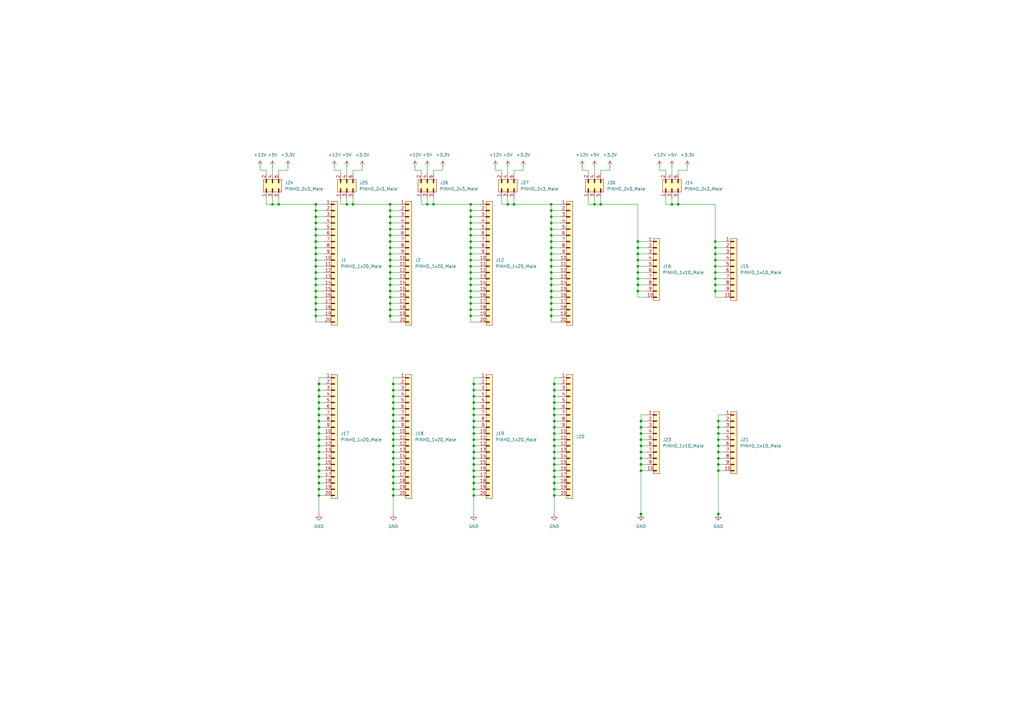
<source format=kicad_sch>
(kicad_sch (version 20250114) (generator "eeschema") (generator_version "9.0")
  (paper "A3")
  (title_block (date "2025-12-31") (rev "0.5") (company "Rapport Tecnologia") (comment 1 "Rua José Alves Pereira, 50, Casa 1") (comment 4 "Aquiraz, CE, Brasil") (comment 6 "Carlos Delfino Carvalho Pinheiro") (comment 7 "Carlos Delfino Carvalho Pinheiro"))
  (lib_symbols
    (symbol "PCM_SL_Pin_Headers:PINHD_1x10_Male"
      (property "Reference" "J" (at 0 16.51 0))
      (property "Value" "PINHD_1x10_Male" (at 0 13.97 0))
      (symbol "PINHD_1x10_Male_1_1"
        (pin passive line (at -3.81 11.43 0) (length 2.54) (name "") (number "1"))
        (pin passive line (at -3.81 8.89 0) (length 2.54) (name "") (number "2"))
        (pin passive line (at -3.81 6.35 0) (length 2.54) (name "") (number "3"))
        (pin passive line (at -3.81 3.81 0) (length 2.54) (name "") (number "4"))
        (pin passive line (at -3.81 1.27 0) (length 2.54) (name "") (number "5"))
        (pin passive line (at -3.81 -1.27 0) (length 2.54) (name "") (number "6"))
        (pin passive line (at -3.81 -3.81 0) (length 2.54) (name "") (number "7"))
        (pin passive line (at -3.81 -6.35 0) (length 2.54) (name "") (number "8"))
        (pin passive line (at -3.81 -8.89 0) (length 2.54) (name "") (number "9"))
        (pin passive line (at -3.81 -11.43 0) (length 2.54) (name "") (number "10"))
      )
    )
    (symbol "PCM_SL_Pin_Headers:PINHD_1x20_Male"
      (property "Reference" "J" (at 0 29.21 0))
      (property "Value" "PINHD_1x20_Male" (at 0 26.67 0))
      (symbol "PINHD_1x20_Male_1_1"
        (pin passive line (at -3.81 24.13 0) (length 2.54) (name "") (number "1"))
        (pin passive line (at -3.81 21.59 0) (length 2.54) (name "") (number "2"))
        (pin passive line (at -3.81 19.05 0) (length 2.54) (name "") (number "3"))
        (pin passive line (at -3.81 16.51 0) (length 2.54) (name "") (number "4"))
        (pin passive line (at -3.81 13.97 0) (length 2.54) (name "") (number "5"))
        (pin passive line (at -3.81 11.43 0) (length 2.54) (name "") (number "6"))
        (pin passive line (at -3.81 8.89 0) (length 2.54) (name "") (number "7"))
        (pin passive line (at -3.81 6.35 0) (length 2.54) (name "") (number "8"))
        (pin passive line (at -3.81 3.81 0) (length 2.54) (name "") (number "9"))
        (pin passive line (at -3.81 1.27 0) (length 2.54) (name "") (number "10"))
        (pin passive line (at -3.81 -1.27 0) (length 2.54) (name "") (number "11"))
        (pin passive line (at -3.81 -3.81 0) (length 2.54) (name "") (number "12"))
        (pin passive line (at -3.81 -6.35 0) (length 2.54) (name "") (number "13"))
        (pin passive line (at -3.81 -8.89 0) (length 2.54) (name "") (number "14"))
        (pin passive line (at -3.81 -11.43 0) (length 2.54) (name "") (number "15"))
        (pin passive line (at -3.81 -13.97 0) (length 2.54) (name "") (number "16"))
        (pin passive line (at -3.81 -16.51 0) (length 2.54) (name "") (number "17"))
        (pin passive line (at -3.81 -19.05 0) (length 2.54) (name "") (number "18"))
        (pin passive line (at -3.81 -21.59 0) (length 2.54) (name "") (number "19"))
        (pin passive line (at -3.81 -24.13 0) (length 2.54) (name "") (number "20"))
      )
    )
    (symbol "PCM_SL_Pin_Headers:PINHD_2x3_Male"
      (property "Reference" "J" (at -1.27 6.35 0))
      (property "Value" "PINHD_2x3_Male" (at -1.27 3.81 0))
      (symbol "PINHD_2x3_Male_1_1"
        (pin passive line (at -5.08 1.27 0) (length 2.54) (name "") (number "1"))
        (pin passive line (at -5.08 -1.27 0) (length 2.54) (name "") (number "3"))
        (pin passive line (at -5.08 -3.81 0) (length 2.54) (name "") (number "5"))
        (pin passive line (at 5.08 1.27 180) (length 2.54) (name "") (number "2"))
        (pin passive line (at 5.08 -1.27 180) (length 2.54) (name "") (number "4"))
        (pin passive line (at 5.08 -3.81 180) (length 2.54) (name "") (number "6"))
      )
    )
    (symbol "power:+12V" (power) (pin_numbers (hide yes)) (pin_names (offset 0) (hide yes))
      (property "Value" "+12V" (at 0 3.556 0))
      (symbol "+12V_1_1"
        (pin power_in line (at 0 0 90) (length 0) (name "~") (number "1"))
      )
    )
    (symbol "power:+3.3V" (power) (pin_numbers (hide yes)) (pin_names (offset 0) (hide yes))
      (property "Value" "+3.3V" (at 0 3.556 0))
      (symbol "+3.3V_1_1"
        (pin power_in line (at 0 0 90) (length 0) (name "~") (number "1"))
      )
    )
    (symbol "power:+5V" (power) (pin_numbers (hide yes)) (pin_names (offset 0) (hide yes))
      (property "Value" "+5V" (at 0 3.556 0))
      (symbol "+5V_1_1"
        (pin power_in line (at 0 0 90) (length 0) (name "~") (number "1"))
      )
    )
    (symbol "power:GND" (power) (pin_numbers (hide yes)) (pin_names (offset 0) (hide yes))
      (property "Value" "GND" (at 0 -3.81 0))
      (symbol "GND_1_1"
        (pin power_in line (at 0 0 270) (length 0) (name "~") (number "1"))
      )
    )
  )
  (junction (at 161.29 175.26))
  (junction (at 293.37 101.6))
  (junction (at 278.13 83.82))
  (junction (at 161.29 185.42))
  (junction (at 294.64 175.26))
  (junction (at 227.33 177.8))
  (junction (at 261.62 101.6))
  (junction (at 293.37 109.22))
  (junction (at 160.02 96.52))
  (junction (at 160.02 114.3))
  (junction (at 193.04 111.76))
  (junction (at 262.89 210.82))
  (junction (at 144.78 83.82))
  (junction (at 129.54 88.9))
  (junction (at 226.06 83.82))
  (junction (at 129.54 91.44))
  (junction (at 161.29 162.56))
  (junction (at 161.29 195.58))
  (junction (at 193.04 121.92))
  (junction (at 160.02 119.38))
  (junction (at 193.04 99.06))
  (junction (at 226.06 121.92))
  (junction (at 193.04 106.68))
  (junction (at 226.06 111.76))
  (junction (at 293.37 106.68))
  (junction (at 129.54 109.22))
  (junction (at 262.89 187.96))
  (junction (at 193.04 124.46))
  (junction (at 226.06 101.6))
  (junction (at 227.33 165.1))
  (junction (at 160.02 121.92))
  (junction (at 129.54 111.76))
  (junction (at 111.76 83.82))
  (junction (at 160.02 129.54))
  (junction (at 194.31 180.34))
  (junction (at 160.02 124.46))
  (junction (at 194.31 182.88))
  (junction (at 226.06 96.52))
  (junction (at 261.62 109.22))
  (junction (at 194.31 165.1))
  (junction (at 129.54 99.06))
  (junction (at 293.37 99.06))
  (junction (at 129.54 83.82))
  (junction (at 261.62 104.14))
  (junction (at 160.02 93.98))
  (junction (at 262.89 180.34))
  (junction (at 193.04 101.6))
  (junction (at 227.33 182.88))
  (junction (at 294.64 172.72))
  (junction (at 161.29 193.04))
  (junction (at 227.33 187.96))
  (junction (at 129.54 101.6))
  (junction (at 160.02 86.36))
  (junction (at 193.04 104.14))
  (junction (at 160.02 104.14))
  (junction (at 227.33 195.58))
  (junction (at 294.64 185.42))
  (junction (at 294.64 187.96))
  (junction (at 262.89 175.26))
  (junction (at 227.33 193.04))
  (junction (at 193.04 83.82))
  (junction (at 129.54 119.38))
  (junction (at 193.04 114.3))
  (junction (at 294.64 180.34))
  (junction (at 275.59 83.82))
  (junction (at 293.37 104.14))
  (junction (at 160.02 127))
  (junction (at 194.31 195.58))
  (junction (at 160.02 109.22))
  (junction (at 227.33 160.02))
  (junction (at 161.29 170.18))
  (junction (at 227.33 162.56))
  (junction (at 226.06 106.68))
  (junction (at 294.64 193.04))
  (junction (at 194.31 190.5))
  (junction (at 226.06 104.14))
  (junction (at 210.82 83.82))
  (junction (at 193.04 86.36))
  (junction (at 194.31 162.56))
  (junction (at 246.38 83.82))
  (junction (at 194.31 193.04))
  (junction (at 227.33 170.18))
  (junction (at 130.81 195.58))
  (junction (at 130.81 185.42))
  (junction (at 161.29 187.96))
  (junction (at 130.81 167.64))
  (junction (at 262.89 185.42))
  (junction (at 160.02 99.06))
  (junction (at 226.06 93.98))
  (junction (at 130.81 172.72))
  (junction (at 294.64 190.5))
  (junction (at 130.81 182.88))
  (junction (at 175.26 83.82))
  (junction (at 193.04 93.98))
  (junction (at 161.29 177.8))
  (junction (at 129.54 93.98))
  (junction (at 227.33 185.42))
  (junction (at 194.31 157.48))
  (junction (at 130.81 160.02))
  (junction (at 193.04 116.84))
  (junction (at 193.04 129.54))
  (junction (at 226.06 124.46))
  (junction (at 261.62 111.76))
  (junction (at 194.31 170.18))
  (junction (at 293.37 119.38))
  (junction (at 227.33 203.2))
  (junction (at 130.81 175.26))
  (junction (at 261.62 119.38))
  (junction (at 227.33 198.12))
  (junction (at 193.04 88.9))
  (junction (at 262.89 172.72))
  (junction (at 226.06 88.9))
  (junction (at 194.31 177.8))
  (junction (at 129.54 121.92))
  (junction (at 262.89 182.88))
  (junction (at 161.29 203.2))
  (junction (at 161.29 157.48))
  (junction (at 193.04 91.44))
  (junction (at 161.29 160.02))
  (junction (at 129.54 106.68))
  (junction (at 161.29 172.72))
  (junction (at 262.89 177.8))
  (junction (at 194.31 160.02))
  (junction (at 194.31 203.2))
  (junction (at 160.02 91.44))
  (junction (at 227.33 190.5))
  (junction (at 226.06 109.22))
  (junction (at 129.54 86.36))
  (junction (at 129.54 127))
  (junction (at 193.04 127))
  (junction (at 293.37 114.3))
  (junction (at 293.37 116.84))
  (junction (at 194.31 200.66))
  (junction (at 194.31 187.96))
  (junction (at 160.02 101.6))
  (junction (at 226.06 127))
  (junction (at 194.31 172.72))
  (junction (at 161.29 200.66))
  (junction (at 130.81 162.56))
  (junction (at 193.04 109.22))
  (junction (at 261.62 106.68))
  (junction (at 227.33 180.34))
  (junction (at 226.06 86.36))
  (junction (at 130.81 190.5))
  (junction (at 293.37 111.76))
  (junction (at 226.06 116.84))
  (junction (at 129.54 96.52))
  (junction (at 194.31 167.64))
  (junction (at 261.62 114.3))
  (junction (at 129.54 116.84))
  (junction (at 129.54 129.54))
  (junction (at 227.33 200.66))
  (junction (at 130.81 177.8))
  (junction (at 226.06 99.06))
  (junction (at 160.02 88.9))
  (junction (at 114.3 83.82))
  (junction (at 227.33 167.64))
  (junction (at 130.81 187.96))
  (junction (at 226.06 91.44))
  (junction (at 243.84 83.82))
  (junction (at 194.31 185.42))
  (junction (at 129.54 114.3))
  (junction (at 130.81 157.48))
  (junction (at 161.29 190.5))
  (junction (at 226.06 114.3))
  (junction (at 226.06 129.54))
  (junction (at 193.04 119.38))
  (junction (at 227.33 172.72))
  (junction (at 161.29 167.64))
  (junction (at 130.81 200.66))
  (junction (at 294.64 177.8))
  (junction (at 160.02 106.68))
  (junction (at 227.33 175.26))
  (junction (at 142.24 83.82))
  (junction (at 160.02 111.76))
  (junction (at 130.81 180.34))
  (junction (at 161.29 182.88))
  (junction (at 294.64 210.82))
  (junction (at 160.02 116.84))
  (junction (at 227.33 157.48))
  (junction (at 226.06 119.38))
  (junction (at 130.81 170.18))
  (junction (at 130.81 198.12))
  (junction (at 262.89 190.5))
  (junction (at 208.28 83.82))
  (junction (at 193.04 96.52))
  (junction (at 261.62 99.06))
  (junction (at 161.29 165.1))
  (junction (at 294.64 182.88))
  (junction (at 130.81 165.1))
  (junction (at 161.29 198.12))
  (junction (at 261.62 116.84))
  (junction (at 194.31 175.26))
  (junction (at 130.81 203.2))
  (junction (at 130.81 193.04))
  (junction (at 129.54 124.46))
  (junction (at 194.31 198.12))
  (junction (at 161.29 180.34))
  (junction (at 177.8 83.82))
  (junction (at 129.54 104.14))
  (junction (at 262.89 193.04))
  (junction (at 160.02 83.82))
  (wire (pts (xy 160.02 124.46) (xy 163.83 124.46)))
  (wire (pts (xy 193.04 86.36) (xy 196.85 86.36)))
  (wire (pts (xy 265.43 187.96) (xy 262.89 187.96)))
  (wire (pts (xy 160.02 111.76) (xy 160.02 109.22)))
  (wire (pts (xy 226.06 119.38) (xy 229.87 119.38)))
  (wire (pts (xy 130.81 198.12) (xy 133.35 198.12)))
  (wire (pts (xy 139.7 83.82) (xy 142.24 83.82)))
  (wire (pts (xy 229.87 132.08) (xy 226.06 132.08)))
  (wire (pts (xy 130.81 172.72) (xy 130.81 175.26)))
  (wire (pts (xy 161.29 195.58) (xy 161.29 198.12)))
  (wire (pts (xy 226.06 93.98) (xy 226.06 91.44)))
  (wire (pts (xy 130.81 162.56) (xy 133.35 162.56)))
  (wire (pts (xy 196.85 170.18) (xy 194.31 170.18)))
  (wire (pts (xy 193.04 96.52) (xy 196.85 96.52)))
  (wire (pts (xy 109.22 69.85) (xy 109.22 71.12)))
  (wire (pts (xy 196.85 160.02) (xy 194.31 160.02)))
  (wire (pts (xy 293.37 121.92) (xy 297.18 121.92)))
  (wire (pts (xy 226.06 132.08) (xy 226.06 129.54)))
  (wire (pts (xy 193.04 83.82) (xy 196.85 83.82)))
  (wire (pts (xy 261.62 121.92) (xy 261.62 119.38)))
  (wire (pts (xy 130.81 182.88) (xy 130.81 185.42)))
  (wire (pts (xy 246.38 83.82) (xy 261.62 83.82)))
  (wire (pts (xy 261.62 104.14) (xy 261.62 101.6)))
  (wire (pts (xy 133.35 170.18) (xy 130.81 170.18)))
  (wire (pts (xy 226.06 119.38) (xy 226.06 116.84)))
  (wire (pts (xy 160.02 96.52) (xy 160.02 93.98)))
  (wire (pts (xy 226.06 111.76) (xy 229.87 111.76)))
  (wire (pts (xy 241.3 83.82) (xy 243.84 83.82)))
  (wire (pts (xy 194.31 180.34) (xy 194.31 182.88)))
  (wire (pts (xy 193.04 106.68) (xy 193.04 104.14)))
  (wire (pts (xy 270.51 68.58) (xy 270.51 69.85)))
  (wire (pts (xy 227.33 167.64) (xy 227.33 170.18)))
  (wire (pts (xy 160.02 114.3) (xy 163.83 114.3)))
  (wire (pts (xy 261.62 114.3) (xy 265.43 114.3)))
  (wire (pts (xy 193.04 129.54) (xy 196.85 129.54)))
  (wire (pts (xy 193.04 124.46) (xy 196.85 124.46)))
  (wire (pts (xy 275.59 81.28) (xy 275.59 83.82)))
  (wire (pts (xy 294.64 210.82) (xy 294.64 213.36)))
  (wire (pts (xy 130.81 203.2) (xy 130.81 210.82)))
  (wire (pts (xy 246.38 69.85) (xy 246.38 71.12)))
  (wire (pts (xy 193.04 106.68) (xy 196.85 106.68)))
  (wire (pts (xy 208.28 83.82) (xy 210.82 83.82)))
  (wire (pts (xy 133.35 154.94) (xy 130.81 154.94)))
  (wire (pts (xy 193.04 127) (xy 193.04 124.46)))
  (wire (pts (xy 163.83 190.5) (xy 161.29 190.5)))
  (wire (pts (xy 250.19 69.85) (xy 246.38 69.85)))
  (wire (pts (xy 193.04 121.92) (xy 196.85 121.92)))
  (wire (pts (xy 129.54 83.82) (xy 133.35 83.82)))
  (wire (pts (xy 160.02 96.52) (xy 163.83 96.52)))
  (wire (pts (xy 194.31 193.04) (xy 196.85 193.04)))
  (wire (pts (xy 294.64 175.26) (xy 297.18 175.26)))
  (wire (pts (xy 137.16 68.58) (xy 137.16 69.85)))
  (wire (pts (xy 193.04 86.36) (xy 193.04 83.82)))
  (wire (pts (xy 293.37 104.14) (xy 293.37 101.6)))
  (wire (pts (xy 161.29 182.88) (xy 161.29 185.42)))
  (wire (pts (xy 129.54 101.6) (xy 129.54 99.06)))
  (wire (pts (xy 294.64 190.5) (xy 297.18 190.5)))
  (wire (pts (xy 294.64 193.04) (xy 294.64 210.82)))
  (wire (pts (xy 130.81 157.48) (xy 130.81 160.02)))
  (wire (pts (xy 194.31 165.1) (xy 194.31 167.64)))
  (wire (pts (xy 261.62 116.84) (xy 265.43 116.84)))
  (wire (pts (xy 243.84 68.58) (xy 243.84 71.12)))
  (wire (pts (xy 226.06 114.3) (xy 226.06 111.76)))
  (wire (pts (xy 241.3 69.85) (xy 241.3 71.12)))
  (wire (pts (xy 114.3 83.82) (xy 129.54 83.82)))
  (wire (pts (xy 194.31 182.88) (xy 194.31 185.42)))
  (wire (pts (xy 160.02 127) (xy 163.83 127)))
  (wire (pts (xy 133.35 160.02) (xy 130.81 160.02)))
  (wire (pts (xy 129.54 129.54) (xy 133.35 129.54)))
  (wire (pts (xy 261.62 104.14) (xy 265.43 104.14)))
  (wire (pts (xy 163.83 195.58) (xy 161.29 195.58)))
  (wire (pts (xy 227.33 177.8) (xy 229.87 177.8)))
  (wire (pts (xy 203.2 68.58) (xy 203.2 69.85)))
  (wire (pts (xy 229.87 180.34) (xy 227.33 180.34)))
  (wire (pts (xy 297.18 172.72) (xy 294.64 172.72)))
  (wire (pts (xy 142.24 68.58) (xy 142.24 71.12)))
  (wire (pts (xy 133.35 200.66) (xy 130.81 200.66)))
  (wire (pts (xy 226.06 121.92) (xy 229.87 121.92)))
  (wire (pts (xy 160.02 129.54) (xy 160.02 127)))
  (wire (pts (xy 226.06 91.44) (xy 229.87 91.44)))
  (wire (pts (xy 160.02 121.92) (xy 160.02 119.38)))
  (wire (pts (xy 227.33 172.72) (xy 227.33 175.26)))
  (wire (pts (xy 246.38 81.28) (xy 246.38 83.82)))
  (wire (pts (xy 205.74 83.82) (xy 208.28 83.82)))
  (wire (pts (xy 161.29 203.2) (xy 163.83 203.2)))
  (wire (pts (xy 243.84 81.28) (xy 243.84 83.82)))
  (wire (pts (xy 226.06 129.54) (xy 226.06 127)))
  (wire (pts (xy 161.29 175.26) (xy 161.29 177.8)))
  (wire (pts (xy 262.89 187.96) (xy 262.89 190.5)))
  (wire (pts (xy 293.37 109.22) (xy 297.18 109.22)))
  (wire (pts (xy 160.02 109.22) (xy 163.83 109.22)))
  (wire (pts (xy 193.04 101.6) (xy 196.85 101.6)))
  (wire (pts (xy 177.8 81.28) (xy 177.8 83.82)))
  (wire (pts (xy 193.04 119.38) (xy 193.04 116.84)))
  (wire (pts (xy 111.76 68.58) (xy 111.76 71.12)))
  (wire (pts (xy 118.11 68.58) (xy 118.11 69.85)))
  (wire (pts (xy 175.26 83.82) (xy 177.8 83.82)))
  (wire (pts (xy 243.84 83.82) (xy 246.38 83.82)))
  (wire (pts (xy 130.81 177.8) (xy 133.35 177.8)))
  (wire (pts (xy 226.06 116.84) (xy 229.87 116.84)))
  (wire (pts (xy 294.64 187.96) (xy 294.64 190.5)))
  (wire (pts (xy 226.06 96.52) (xy 226.06 93.98)))
  (wire (pts (xy 261.62 101.6) (xy 265.43 101.6)))
  (wire (pts (xy 265.43 182.88) (xy 262.89 182.88)))
  (wire (pts (xy 196.85 200.66) (xy 194.31 200.66)))
  (wire (pts (xy 130.81 187.96) (xy 133.35 187.96)))
  (wire (pts (xy 227.33 198.12) (xy 229.87 198.12)))
  (wire (pts (xy 261.62 114.3) (xy 261.62 111.76)))
  (wire (pts (xy 161.29 157.48) (xy 161.29 160.02)))
  (wire (pts (xy 194.31 200.66) (xy 194.31 203.2)))
  (wire (pts (xy 130.81 193.04) (xy 133.35 193.04)))
  (wire (pts (xy 161.29 154.94) (xy 161.29 157.48)))
  (wire (pts (xy 194.31 187.96) (xy 194.31 190.5)))
  (wire (pts (xy 262.89 185.42) (xy 262.89 187.96)))
  (wire (pts (xy 281.94 68.58) (xy 281.94 69.85)))
  (wire (pts (xy 297.18 187.96) (xy 294.64 187.96)))
  (wire (pts (xy 161.29 185.42) (xy 161.29 187.96)))
  (wire (pts (xy 175.26 68.58) (xy 175.26 71.12)))
  (wire (pts (xy 227.33 203.2) (xy 229.87 203.2)))
  (wire (pts (xy 139.7 69.85) (xy 139.7 71.12)))
  (wire (pts (xy 293.37 116.84) (xy 293.37 114.3)))
  (wire (pts (xy 273.05 83.82) (xy 275.59 83.82)))
  (wire (pts (xy 181.61 69.85) (xy 177.8 69.85)))
  (wire (pts (xy 175.26 81.28) (xy 175.26 83.82)))
  (wire (pts (xy 160.02 101.6) (xy 163.83 101.6)))
  (wire (pts (xy 161.29 162.56) (xy 163.83 162.56)))
  (wire (pts (xy 227.33 162.56) (xy 229.87 162.56)))
  (wire (pts (xy 226.06 129.54) (xy 229.87 129.54)))
  (wire (pts (xy 261.62 83.82) (xy 261.62 99.06)))
  (wire (pts (xy 161.29 167.64) (xy 163.83 167.64)))
  (wire (pts (xy 161.29 162.56) (xy 161.29 165.1)))
  (wire (pts (xy 226.06 88.9) (xy 226.06 86.36)))
  (wire (pts (xy 294.64 182.88) (xy 294.64 185.42)))
  (wire (pts (xy 129.54 93.98) (xy 129.54 91.44)))
  (wire (pts (xy 194.31 198.12) (xy 196.85 198.12)))
  (wire (pts (xy 130.81 203.2) (xy 133.35 203.2)))
  (wire (pts (xy 281.94 69.85) (xy 278.13 69.85)))
  (wire (pts (xy 129.54 86.36) (xy 129.54 83.82)))
  (wire (pts (xy 163.83 185.42) (xy 161.29 185.42)))
  (wire (pts (xy 133.35 175.26) (xy 130.81 175.26)))
  (wire (pts (xy 161.29 182.88) (xy 163.83 182.88)))
  (wire (pts (xy 172.72 83.82) (xy 175.26 83.82)))
  (wire (pts (xy 262.89 170.18) (xy 262.89 172.72)))
  (wire (pts (xy 130.81 167.64) (xy 130.81 170.18)))
  (wire (pts (xy 133.35 195.58) (xy 130.81 195.58)))
  (wire (pts (xy 194.31 187.96) (xy 196.85 187.96)))
  (wire (pts (xy 261.62 109.22) (xy 265.43 109.22)))
  (wire (pts (xy 133.35 165.1) (xy 130.81 165.1)))
  (wire (pts (xy 129.54 106.68) (xy 133.35 106.68)))
  (wire (pts (xy 275.59 83.82) (xy 278.13 83.82)))
  (wire (pts (xy 194.31 195.58) (xy 194.31 198.12)))
  (wire (pts (xy 226.06 114.3) (xy 229.87 114.3)))
  (wire (pts (xy 161.29 198.12) (xy 163.83 198.12)))
  (wire (pts (xy 214.63 68.58) (xy 214.63 69.85)))
  (wire (pts (xy 129.54 109.22) (xy 129.54 106.68)))
  (wire (pts (xy 210.82 83.82) (xy 226.06 83.82)))
  (wire (pts (xy 130.81 170.18) (xy 130.81 172.72)))
  (wire (pts (xy 261.62 109.22) (xy 261.62 106.68)))
  (wire (pts (xy 161.29 203.2) (xy 161.29 210.82)))
  (wire (pts (xy 293.37 116.84) (xy 297.18 116.84)))
  (wire (pts (xy 293.37 109.22) (xy 293.37 106.68)))
  (wire (pts (xy 193.04 129.54) (xy 193.04 127)))
  (wire (pts (xy 160.02 88.9) (xy 160.02 86.36)))
  (wire (pts (xy 196.85 195.58) (xy 194.31 195.58)))
  (wire (pts (xy 129.54 119.38) (xy 129.54 116.84)))
  (wire (pts (xy 194.31 167.64) (xy 196.85 167.64)))
  (wire (pts (xy 106.68 69.85) (xy 109.22 69.85)))
  (wire (pts (xy 262.89 180.34) (xy 262.89 182.88)))
  (wire (pts (xy 227.33 180.34) (xy 227.33 182.88)))
  (wire (pts (xy 129.54 91.44) (xy 129.54 88.9)))
  (wire (pts (xy 161.29 198.12) (xy 161.29 200.66)))
  (wire (pts (xy 130.81 190.5) (xy 130.81 193.04)))
  (wire (pts (xy 194.31 175.26) (xy 194.31 177.8)))
  (wire (pts (xy 227.33 200.66) (xy 227.33 203.2)))
  (wire (pts (xy 160.02 121.92) (xy 163.83 121.92)))
  (wire (pts (xy 293.37 121.92) (xy 293.37 119.38)))
  (wire (pts (xy 160.02 86.36) (xy 163.83 86.36)))
  (wire (pts (xy 226.06 124.46) (xy 229.87 124.46)))
  (wire (pts (xy 210.82 69.85) (xy 210.82 71.12)))
  (wire (pts (xy 160.02 99.06) (xy 160.02 96.52)))
  (wire (pts (xy 161.29 190.5) (xy 161.29 193.04)))
  (wire (pts (xy 241.3 81.28) (xy 241.3 83.82)))
  (wire (pts (xy 194.31 182.88) (xy 196.85 182.88)))
  (wire (pts (xy 193.04 99.06) (xy 196.85 99.06)))
  (wire (pts (xy 227.33 177.8) (xy 227.33 180.34)))
  (wire (pts (xy 172.72 81.28) (xy 172.72 83.82)))
  (wire (pts (xy 293.37 114.3) (xy 293.37 111.76)))
  (wire (pts (xy 133.35 190.5) (xy 130.81 190.5)))
  (wire (pts (xy 161.29 172.72) (xy 163.83 172.72)))
  (wire (pts (xy 226.06 99.06) (xy 226.06 96.52)))
  (wire (pts (xy 161.29 187.96) (xy 163.83 187.96)))
  (wire (pts (xy 193.04 119.38) (xy 196.85 119.38)))
  (wire (pts (xy 160.02 132.08) (xy 160.02 129.54)))
  (wire (pts (xy 262.89 190.5) (xy 265.43 190.5)))
  (wire (pts (xy 129.54 124.46) (xy 129.54 121.92)))
  (wire (pts (xy 261.62 106.68) (xy 265.43 106.68)))
  (wire (pts (xy 226.06 86.36) (xy 226.06 83.82)))
  (wire (pts (xy 129.54 111.76) (xy 133.35 111.76)))
  (wire (pts (xy 160.02 101.6) (xy 160.02 99.06)))
  (wire (pts (xy 293.37 99.06) (xy 297.18 99.06)))
  (wire (pts (xy 193.04 99.06) (xy 193.04 96.52)))
  (wire (pts (xy 111.76 83.82) (xy 114.3 83.82)))
  (wire (pts (xy 293.37 114.3) (xy 297.18 114.3)))
  (wire (pts (xy 133.35 180.34) (xy 130.81 180.34)))
  (wire (pts (xy 229.87 195.58) (xy 227.33 195.58)))
  (wire (pts (xy 262.89 177.8) (xy 262.89 180.34)))
  (wire (pts (xy 130.81 162.56) (xy 130.81 165.1)))
  (wire (pts (xy 193.04 116.84) (xy 196.85 116.84)))
  (wire (pts (xy 226.06 91.44) (xy 226.06 88.9)))
  (wire (pts (xy 196.85 165.1) (xy 194.31 165.1)))
  (wire (pts (xy 194.31 162.56) (xy 194.31 165.1)))
  (wire (pts (xy 129.54 114.3) (xy 133.35 114.3)))
  (wire (pts (xy 226.06 109.22) (xy 229.87 109.22)))
  (wire (pts (xy 130.81 165.1) (xy 130.81 167.64)))
  (wire (pts (xy 160.02 116.84) (xy 160.02 114.3)))
  (wire (pts (xy 294.64 170.18) (xy 297.18 170.18)))
  (wire (pts (xy 294.64 190.5) (xy 294.64 193.04)))
  (wire (pts (xy 229.87 185.42) (xy 227.33 185.42)))
  (wire (pts (xy 226.06 93.98) (xy 229.87 93.98)))
  (wire (pts (xy 226.06 127) (xy 226.06 124.46)))
  (wire (pts (xy 229.87 200.66) (xy 227.33 200.66)))
  (wire (pts (xy 229.87 190.5) (xy 227.33 190.5)))
  (wire (pts (xy 227.33 170.18) (xy 227.33 172.72)))
  (wire (pts (xy 161.29 193.04) (xy 163.83 193.04)))
  (wire (pts (xy 262.89 172.72) (xy 262.89 175.26)))
  (wire (pts (xy 160.02 88.9) (xy 163.83 88.9)))
  (wire (pts (xy 293.37 111.76) (xy 293.37 109.22)))
  (wire (pts (xy 261.62 119.38) (xy 261.62 116.84)))
  (wire (pts (xy 229.87 154.94) (xy 227.33 154.94)))
  (wire (pts (xy 163.83 170.18) (xy 161.29 170.18)))
  (wire (pts (xy 133.35 132.08) (xy 129.54 132.08)))
  (wire (pts (xy 129.54 96.52) (xy 129.54 93.98)))
  (wire (pts (xy 227.33 175.26) (xy 227.33 177.8)))
  (wire (pts (xy 106.68 68.58) (xy 106.68 69.85)))
  (wire (pts (xy 227.33 198.12) (xy 227.33 200.66)))
  (wire (pts (xy 193.04 114.3) (xy 196.85 114.3)))
  (wire (pts (xy 294.64 175.26) (xy 294.64 177.8)))
  (wire (pts (xy 129.54 88.9) (xy 129.54 86.36)))
  (wire (pts (xy 193.04 127) (xy 196.85 127)))
  (wire (pts (xy 161.29 200.66) (xy 161.29 203.2)))
  (wire (pts (xy 261.62 106.68) (xy 261.62 104.14)))
  (wire (pts (xy 262.89 182.88) (xy 262.89 185.42)))
  (wire (pts (xy 160.02 119.38) (xy 160.02 116.84)))
  (wire (pts (xy 227.33 185.42) (xy 227.33 187.96)))
  (wire (pts (xy 177.8 83.82) (xy 193.04 83.82)))
  (wire (pts (xy 194.31 185.42) (xy 194.31 187.96)))
  (wire (pts (xy 130.81 200.66) (xy 130.81 203.2)))
  (wire (pts (xy 193.04 91.44) (xy 193.04 88.9)))
  (wire (pts (xy 181.61 68.58) (xy 181.61 69.85)))
  (wire (pts (xy 226.06 121.92) (xy 226.06 119.38)))
  (wire (pts (xy 148.59 68.58) (xy 148.59 69.85)))
  (wire (pts (xy 273.05 69.85) (xy 273.05 71.12)))
  (wire (pts (xy 144.78 83.82) (xy 160.02 83.82)))
  (wire (pts (xy 193.04 111.76) (xy 193.04 109.22)))
  (wire (pts (xy 130.81 175.26) (xy 130.81 177.8)))
  (wire (pts (xy 161.29 177.8) (xy 161.29 180.34)))
  (wire (pts (xy 226.06 101.6) (xy 229.87 101.6)))
  (wire (pts (xy 226.06 86.36) (xy 229.87 86.36)))
  (wire (pts (xy 278.13 69.85) (xy 278.13 71.12)))
  (wire (pts (xy 294.64 172.72) (xy 294.64 175.26)))
  (wire (pts (xy 293.37 101.6) (xy 293.37 99.06)))
  (wire (pts (xy 129.54 124.46) (xy 133.35 124.46)))
  (wire (pts (xy 172.72 69.85) (xy 172.72 71.12)))
  (wire (pts (xy 205.74 69.85) (xy 205.74 71.12)))
  (wire (pts (xy 226.06 127) (xy 229.87 127)))
  (wire (pts (xy 238.76 68.58) (xy 238.76 69.85)))
  (wire (pts (xy 129.54 127) (xy 129.54 124.46)))
  (wire (pts (xy 194.31 193.04) (xy 194.31 195.58)))
  (wire (pts (xy 130.81 193.04) (xy 130.81 195.58)))
  (wire (pts (xy 227.33 157.48) (xy 229.87 157.48)))
  (wire (pts (xy 160.02 109.22) (xy 160.02 106.68)))
  (wire (pts (xy 226.06 116.84) (xy 226.06 114.3)))
  (wire (pts (xy 130.81 180.34) (xy 130.81 182.88)))
  (wire (pts (xy 130.81 172.72) (xy 133.35 172.72)))
  (wire (pts (xy 227.33 167.64) (xy 229.87 167.64)))
  (wire (pts (xy 205.74 81.28) (xy 205.74 83.82)))
  (wire (pts (xy 193.04 114.3) (xy 193.04 111.76)))
  (wire (pts (xy 130.81 195.58) (xy 130.81 198.12)))
  (wire (pts (xy 229.87 175.26) (xy 227.33 175.26)))
  (wire (pts (xy 294.64 177.8) (xy 294.64 180.34)))
  (wire (pts (xy 133.35 185.42) (xy 130.81 185.42)))
  (wire (pts (xy 160.02 129.54) (xy 163.83 129.54)))
  (wire (pts (xy 278.13 83.82) (xy 293.37 83.82)))
  (wire (pts (xy 161.29 160.02) (xy 161.29 162.56)))
  (wire (pts (xy 193.04 124.46) (xy 193.04 121.92)))
  (wire (pts (xy 130.81 177.8) (xy 130.81 180.34)))
  (wire (pts (xy 203.2 69.85) (xy 205.74 69.85)))
  (wire (pts (xy 273.05 81.28) (xy 273.05 83.82)))
  (wire (pts (xy 130.81 185.42) (xy 130.81 187.96)))
  (wire (pts (xy 227.33 172.72) (xy 229.87 172.72)))
  (wire (pts (xy 226.06 104.14) (xy 226.06 101.6)))
  (wire (pts (xy 160.02 111.76) (xy 163.83 111.76)))
  (wire (pts (xy 262.89 193.04) (xy 265.43 193.04)))
  (wire (pts (xy 130.81 198.12) (xy 130.81 200.66)))
  (wire (pts (xy 226.06 101.6) (xy 226.06 99.06)))
  (wire (pts (xy 109.22 81.28) (xy 109.22 83.82)))
  (wire (pts (xy 193.04 101.6) (xy 193.04 99.06)))
  (wire (pts (xy 194.31 203.2) (xy 196.85 203.2)))
  (wire (pts (xy 229.87 160.02) (xy 227.33 160.02)))
  (wire (pts (xy 196.85 185.42) (xy 194.31 185.42)))
  (wire (pts (xy 226.06 124.46) (xy 226.06 121.92)))
  (wire (pts (xy 194.31 170.18) (xy 194.31 172.72)))
  (wire (pts (xy 227.33 195.58) (xy 227.33 198.12)))
  (wire (pts (xy 193.04 88.9) (xy 196.85 88.9)))
  (wire (pts (xy 194.31 177.8) (xy 196.85 177.8)))
  (wire (pts (xy 194.31 167.64) (xy 194.31 170.18)))
  (wire (pts (xy 226.06 96.52) (xy 229.87 96.52)))
  (wire (pts (xy 161.29 193.04) (xy 161.29 195.58)))
  (wire (pts (xy 293.37 119.38) (xy 293.37 116.84)))
  (wire (pts (xy 226.06 111.76) (xy 226.06 109.22)))
  (wire (pts (xy 148.59 69.85) (xy 144.78 69.85)))
  (wire (pts (xy 227.33 160.02) (xy 227.33 162.56)))
  (wire (pts (xy 161.29 167.64) (xy 161.29 170.18)))
  (wire (pts (xy 196.85 132.08) (xy 193.04 132.08)))
  (wire (pts (xy 137.16 69.85) (xy 139.7 69.85)))
  (wire (pts (xy 193.04 104.14) (xy 193.04 101.6)))
  (wire (pts (xy 193.04 109.22) (xy 193.04 106.68)))
  (wire (pts (xy 160.02 99.06) (xy 163.83 99.06)))
  (wire (pts (xy 129.54 88.9) (xy 133.35 88.9)))
  (wire (pts (xy 293.37 101.6) (xy 297.18 101.6)))
  (wire (pts (xy 261.62 116.84) (xy 261.62 114.3)))
  (wire (pts (xy 261.62 111.76) (xy 265.43 111.76)))
  (wire (pts (xy 160.02 83.82) (xy 163.83 83.82)))
  (wire (pts (xy 194.31 198.12) (xy 194.31 200.66)))
  (wire (pts (xy 194.31 177.8) (xy 194.31 180.34)))
  (wire (pts (xy 194.31 157.48) (xy 196.85 157.48)))
  (wire (pts (xy 262.89 185.42) (xy 265.43 185.42)))
  (wire (pts (xy 194.31 162.56) (xy 196.85 162.56)))
  (wire (pts (xy 226.06 109.22) (xy 226.06 106.68)))
  (wire (pts (xy 196.85 180.34) (xy 194.31 180.34)))
  (wire (pts (xy 261.62 101.6) (xy 261.62 99.06)))
  (wire (pts (xy 193.04 96.52) (xy 193.04 93.98)))
  (wire (pts (xy 227.33 154.94) (xy 227.33 157.48)))
  (wire (pts (xy 160.02 114.3) (xy 160.02 111.76)))
  (wire (pts (xy 265.43 172.72) (xy 262.89 172.72)))
  (wire (pts (xy 261.62 99.06) (xy 265.43 99.06)))
  (wire (pts (xy 118.11 69.85) (xy 114.3 69.85)))
  (wire (pts (xy 227.33 157.48) (xy 227.33 160.02)))
  (wire (pts (xy 193.04 93.98) (xy 196.85 93.98)))
  (wire (pts (xy 194.31 172.72) (xy 196.85 172.72)))
  (wire (pts (xy 226.06 106.68) (xy 229.87 106.68)))
  (wire (pts (xy 261.62 121.92) (xy 265.43 121.92)))
  (wire (pts (xy 297.18 177.8) (xy 294.64 177.8)))
  (wire (pts (xy 160.02 93.98) (xy 163.83 93.98)))
  (wire (pts (xy 161.29 170.18) (xy 161.29 172.72)))
  (wire (pts (xy 129.54 119.38) (xy 133.35 119.38)))
  (wire (pts (xy 297.18 182.88) (xy 294.64 182.88)))
  (wire (pts (xy 262.89 193.04) (xy 262.89 210.82)))
  (wire (pts (xy 161.29 157.48) (xy 163.83 157.48)))
  (wire (pts (xy 227.33 187.96) (xy 229.87 187.96)))
  (wire (pts (xy 129.54 86.36) (xy 133.35 86.36)))
  (wire (pts (xy 160.02 104.14) (xy 163.83 104.14)))
  (wire (pts (xy 193.04 109.22) (xy 196.85 109.22)))
  (wire (pts (xy 261.62 111.76) (xy 261.62 109.22)))
  (wire (pts (xy 129.54 101.6) (xy 133.35 101.6)))
  (wire (pts (xy 163.83 175.26) (xy 161.29 175.26)))
  (wire (pts (xy 226.06 99.06) (xy 229.87 99.06)))
  (wire (pts (xy 160.02 127) (xy 160.02 124.46)))
  (wire (pts (xy 210.82 81.28) (xy 210.82 83.82)))
  (wire (pts (xy 109.22 83.82) (xy 111.76 83.82)))
  (wire (pts (xy 265.43 177.8) (xy 262.89 177.8)))
  (wire (pts (xy 129.54 104.14) (xy 129.54 101.6)))
  (wire (pts (xy 142.24 81.28) (xy 142.24 83.82)))
  (wire (pts (xy 130.81 187.96) (xy 130.81 190.5)))
  (wire (pts (xy 226.06 104.14) (xy 229.87 104.14)))
  (wire (pts (xy 229.87 170.18) (xy 227.33 170.18)))
  (wire (pts (xy 262.89 180.34) (xy 265.43 180.34)))
  (wire (pts (xy 129.54 121.92) (xy 129.54 119.38)))
  (wire (pts (xy 193.04 93.98) (xy 193.04 91.44)))
  (wire (pts (xy 163.83 160.02) (xy 161.29 160.02)))
  (wire (pts (xy 196.85 190.5) (xy 194.31 190.5)))
  (wire (pts (xy 130.81 157.48) (xy 133.35 157.48)))
  (wire (pts (xy 208.28 81.28) (xy 208.28 83.82)))
  (wire (pts (xy 278.13 81.28) (xy 278.13 83.82)))
  (wire (pts (xy 196.85 154.94) (xy 194.31 154.94)))
  (wire (pts (xy 293.37 111.76) (xy 297.18 111.76)))
  (wire (pts (xy 177.8 69.85) (xy 177.8 71.12)))
  (wire (pts (xy 129.54 99.06) (xy 129.54 96.52)))
  (wire (pts (xy 170.18 68.58) (xy 170.18 69.85)))
  (wire (pts (xy 294.64 180.34) (xy 294.64 182.88)))
  (wire (pts (xy 226.06 88.9) (xy 229.87 88.9)))
  (wire (pts (xy 261.62 119.38) (xy 265.43 119.38)))
  (wire (pts (xy 193.04 91.44) (xy 196.85 91.44)))
  (wire (pts (xy 160.02 86.36) (xy 160.02 83.82)))
  (wire (pts (xy 144.78 69.85) (xy 144.78 71.12)))
  (wire (pts (xy 160.02 116.84) (xy 163.83 116.84)))
  (wire (pts (xy 129.54 111.76) (xy 129.54 109.22)))
  (wire (pts (xy 161.29 180.34) (xy 161.29 182.88)))
  (wire (pts (xy 129.54 121.92) (xy 133.35 121.92)))
  (wire (pts (xy 170.18 69.85) (xy 172.72 69.85)))
  (wire (pts (xy 294.64 193.04) (xy 297.18 193.04)))
  (wire (pts (xy 194.31 160.02) (xy 194.31 162.56)))
  (wire (pts (xy 229.87 165.1) (xy 227.33 165.1)))
  (wire (pts (xy 227.33 182.88) (xy 227.33 185.42)))
  (wire (pts (xy 293.37 104.14) (xy 297.18 104.14)))
  (wire (pts (xy 194.31 154.94) (xy 194.31 157.48)))
  (wire (pts (xy 161.29 187.96) (xy 161.29 190.5)))
  (wire (pts (xy 194.31 190.5) (xy 194.31 193.04)))
  (wire (pts (xy 129.54 104.14) (xy 133.35 104.14)))
  (wire (pts (xy 160.02 106.68) (xy 160.02 104.14)))
  (wire (pts (xy 161.29 172.72) (xy 161.29 175.26)))
  (wire (pts (xy 129.54 91.44) (xy 133.35 91.44)))
  (wire (pts (xy 111.76 81.28) (xy 111.76 83.82)))
  (wire (pts (xy 262.89 175.26) (xy 262.89 177.8)))
  (wire (pts (xy 270.51 69.85) (xy 273.05 69.85)))
  (wire (pts (xy 294.64 185.42) (xy 294.64 187.96)))
  (wire (pts (xy 238.76 69.85) (xy 241.3 69.85)))
  (wire (pts (xy 160.02 104.14) (xy 160.02 101.6)))
  (wire (pts (xy 129.54 96.52) (xy 133.35 96.52)))
  (wire (pts (xy 226.06 106.68) (xy 226.06 104.14)))
  (wire (pts (xy 160.02 119.38) (xy 163.83 119.38)))
  (wire (pts (xy 262.89 190.5) (xy 262.89 193.04)))
  (wire (pts (xy 129.54 106.68) (xy 129.54 104.14)))
  (wire (pts (xy 163.83 154.94) (xy 161.29 154.94)))
  (wire (pts (xy 161.29 177.8) (xy 163.83 177.8)))
  (wire (pts (xy 160.02 91.44) (xy 160.02 88.9)))
  (wire (pts (xy 142.24 83.82) (xy 144.78 83.82)))
  (wire (pts (xy 196.85 175.26) (xy 194.31 175.26)))
  (wire (pts (xy 130.81 167.64) (xy 133.35 167.64)))
  (wire (pts (xy 227.33 193.04) (xy 229.87 193.04)))
  (wire (pts (xy 163.83 180.34) (xy 161.29 180.34)))
  (wire (pts (xy 130.81 182.88) (xy 133.35 182.88)))
  (wire (pts (xy 227.33 182.88) (xy 229.87 182.88)))
  (wire (pts (xy 160.02 91.44) (xy 163.83 91.44)))
  (wire (pts (xy 193.04 132.08) (xy 193.04 129.54)))
  (wire (pts (xy 160.02 93.98) (xy 160.02 91.44)))
  (wire (pts (xy 130.81 160.02) (xy 130.81 162.56)))
  (wire (pts (xy 129.54 114.3) (xy 129.54 111.76)))
  (wire (pts (xy 227.33 203.2) (xy 227.33 210.82)))
  (wire (pts (xy 161.29 165.1) (xy 161.29 167.64)))
  (wire (pts (xy 214.63 69.85) (xy 210.82 69.85)))
  (wire (pts (xy 293.37 119.38) (xy 297.18 119.38)))
  (wire (pts (xy 129.54 132.08) (xy 129.54 129.54)))
  (wire (pts (xy 208.28 68.58) (xy 208.28 71.12)))
  (wire (pts (xy 163.83 165.1) (xy 161.29 165.1)))
  (wire (pts (xy 275.59 68.58) (xy 275.59 71.12)))
  (wire (pts (xy 129.54 116.84) (xy 129.54 114.3)))
  (wire (pts (xy 262.89 175.26) (xy 265.43 175.26)))
  (wire (pts (xy 226.06 83.82) (xy 229.87 83.82)))
  (wire (pts (xy 129.54 129.54) (xy 129.54 127)))
  (wire (pts (xy 227.33 187.96) (xy 227.33 190.5)))
  (wire (pts (xy 129.54 109.22) (xy 133.35 109.22)))
  (wire (pts (xy 262.89 210.82) (xy 262.89 213.36)))
  (wire (pts (xy 294.64 180.34) (xy 297.18 180.34)))
  (wire (pts (xy 144.78 81.28) (xy 144.78 83.82)))
  (wire (pts (xy 129.54 127) (xy 133.35 127)))
  (wire (pts (xy 114.3 81.28) (xy 114.3 83.82)))
  (wire (pts (xy 294.64 170.18) (xy 294.64 172.72)))
  (wire (pts (xy 129.54 116.84) (xy 133.35 116.84)))
  (wire (pts (xy 129.54 93.98) (xy 133.35 93.98)))
  (wire (pts (xy 250.19 68.58) (xy 250.19 69.85)))
  (wire (pts (xy 114.3 69.85) (xy 114.3 71.12)))
  (wire (pts (xy 227.33 193.04) (xy 227.33 195.58)))
  (wire (pts (xy 227.33 190.5) (xy 227.33 193.04)))
  (wire (pts (xy 193.04 111.76) (xy 196.85 111.76)))
  (wire (pts (xy 227.33 165.1) (xy 227.33 167.64)))
  (wire (pts (xy 160.02 124.46) (xy 160.02 121.92)))
  (wire (pts (xy 139.7 81.28) (xy 139.7 83.82)))
  (wire (pts (xy 130.81 154.94) (xy 130.81 157.48)))
  (wire (pts (xy 129.54 99.06) (xy 133.35 99.06)))
  (wire (pts (xy 294.64 185.42) (xy 297.18 185.42)))
  (wire (pts (xy 194.31 157.48) (xy 194.31 160.02)))
  (wire (pts (xy 193.04 121.92) (xy 193.04 119.38)))
  (wire (pts (xy 194.31 203.2) (xy 194.31 210.82)))
  (wire (pts (xy 163.83 200.66) (xy 161.29 200.66)))
  (wire (pts (xy 293.37 83.82) (xy 293.37 99.06)))
  (wire (pts (xy 193.04 88.9) (xy 193.04 86.36)))
  (wire (pts (xy 262.89 170.18) (xy 265.43 170.18)))
  (wire (pts (xy 193.04 104.14) (xy 196.85 104.14)))
  (wire (pts (xy 193.04 116.84) (xy 193.04 114.3)))
  (wire (pts (xy 227.33 162.56) (xy 227.33 165.1)))
  (wire (pts (xy 293.37 106.68) (xy 297.18 106.68)))
  (wire (pts (xy 293.37 106.68) (xy 293.37 104.14)))
  (wire (pts (xy 163.83 132.08) (xy 160.02 132.08)))
  (wire (pts (xy 194.31 172.72) (xy 194.31 175.26)))
  (wire (pts (xy 160.02 106.68) (xy 163.83 106.68)))
  (symbol (lib_id "power:+12V") (at 170.18 68.58 0) (unit 1)
    (property "Reference" "#PWR05" (effects (hide yes)))
    (property "Value" "+12V" (at 170.18 63.5 0))
    (property "Description" "Power symbol creates a global label with name \"+12V\"" (effects (hide yes)))
  )
  (symbol (lib_id "PCM_SL_Pin_Headers:PINHD_1x20_Male") (at 233.68 107.95 0) (unit 1)
    (property "Reference" "J13" (effects (hide yes)))
    (property "Value" "PINHD_1x20_Male" (effects (hide yes)))
    (property "Footprint" "Connector_PinHeader_2.54mm:PinHeader_1x20_P2.54mm_Vertical" (effects (hide yes)))
    (property "Description" "Pin Header male with pin space 2.54mm. Pin Count -20" (effects (hide yes)))
  )
  (symbol (lib_id "PCM_SL_Pin_Headers:PINHD_1x20_Male") (at 200.66 179.07 0) (unit 1)
    (property "Reference" "J19" (at 203.2 177.7999 0) (effects (justify left)))
    (property "Value" "PINHD_1x20_Male" (at 203.2 180.3399 0) (effects (justify left)))
    (property "Footprint" "Connector_PinHeader_2.54mm:PinHeader_1x20_P2.54mm_Vertical" (effects (hide yes)))
    (property "Description" "Pin Header male with pin space 2.54mm. Pin Count -20" (effects (hide yes)))
  )
  (symbol (lib_id "PCM_SL_Pin_Headers:PINHD_2x3_Male") (at 140.97 76.2 90) (unit 1)
    (property "Reference" "J25" (at 147.32 74.9299 90) (effects (justify right)))
    (property "Value" "PINHD_2x3_Male" (at 147.32 77.4699 90) (effects (justify right)))
    (property "Footprint" "Connector_PinHeader_2.54mm:PinHeader_2x03_P2.54mm_Vertical" (effects (hide yes)))
    (property "Description" "Pin Header male with pin space 2.54mm. Pin Count -6" (effects (hide yes)))
  )
  (symbol (lib_id "PCM_SL_Pin_Headers:PINHD_1x10_Male") (at 300.99 181.61 0) (unit 1)
    (property "Reference" "J21" (at 303.53 180.3399 0) (effects (justify left)))
    (property "Value" "PINHD_1x10_Male" (at 303.53 182.8799 0) (effects (justify left)))
    (property "Footprint" "Connector_PinHeader_2.54mm:PinHeader_1x10_P2.54mm_Vertical" (effects (hide yes)))
    (property "Description" "Pin Header male with pin space 2.54mm. Pin Count -10" (effects (hide yes)))
  )
  (symbol (lib_id "power:+5V") (at 111.76 68.58 0) (unit 1)
    (property "Reference" "#PWR07" (effects (hide yes)))
    (property "Value" "+5V" (at 111.76 63.5 0))
    (property "Description" "Power symbol creates a global label with name \"+5V\"" (effects (hide yes)))
  )
  (symbol (lib_id "power:+3.3V") (at 214.63 68.58 0) (unit 1)
    (property "Reference" "#PWR013" (effects (hide yes)))
    (property "Value" "+3.3V" (at 214.63 63.5 0))
    (property "Description" "Power symbol creates a global label with name \"+3.3V\"" (effects (hide yes)))
  )
  (symbol (lib_id "PCM_SL_Pin_Headers:PINHD_2x3_Male") (at 274.32 76.2 90) (unit 1)
    (property "Reference" "J14" (at 280.67 74.9299 90) (effects (justify right)))
    (property "Value" "PINHD_2x3_Male" (at 280.67 77.4699 90) (effects (justify right)))
    (property "Footprint" "Connector_PinHeader_2.54mm:PinHeader_2x03_P2.54mm_Vertical" (effects (hide yes)))
    (property "Description" "Pin Header male with pin space 2.54mm. Pin Count -6" (effects (hide yes)))
  )
  (symbol (lib_id "PCM_SL_Pin_Headers:PINHD_1x20_Male") (at 167.64 107.95 0) (unit 1)
    (property "Reference" "J2" (at 170.18 106.6799 0) (effects (justify left)))
    (property "Value" "PINHD_1x20_Male" (at 170.18 109.2199 0) (effects (justify left)))
    (property "Footprint" "Connector_PinHeader_2.54mm:PinHeader_1x20_P2.54mm_Vertical" (effects (hide yes)))
    (property "Description" "Pin Header male with pin space 2.54mm. Pin Count -20" (effects (hide yes)))
  )
  (symbol (lib_id "power:+12V") (at 137.16 68.58 0) (unit 1)
    (property "Reference" "#PWR02" (effects (hide yes)))
    (property "Value" "+12V" (at 137.16 63.5 0))
    (property "Description" "Power symbol creates a global label with name \"+12V\"" (effects (hide yes)))
  )
  (symbol (lib_id "PCM_SL_Pin_Headers:PINHD_2x3_Male") (at 207.01 76.2 90) (unit 1)
    (property "Reference" "J27" (at 213.36 74.9299 90) (effects (justify right)))
    (property "Value" "PINHD_2x3_Male" (at 213.36 77.4699 90) (effects (justify right)))
    (property "Footprint" "Connector_PinHeader_2.54mm:PinHeader_2x03_P2.54mm_Vertical" (effects (hide yes)))
    (property "Description" "Pin Header male with pin space 2.54mm. Pin Count -6" (effects (hide yes)))
  )
  (symbol (lib_id "power:+5V") (at 142.24 68.58 0) (unit 1)
    (property "Reference" "#PWR03" (effects (hide yes)))
    (property "Value" "+5V" (at 142.24 63.5 0))
    (property "Description" "Power symbol creates a global label with name \"+5V\"" (effects (hide yes)))
  )
  (symbol (lib_id "PCM_SL_Pin_Headers:PINHD_1x10_Male") (at 269.24 181.61 0) (unit 1)
    (property "Reference" "J23" (at 271.78 180.3399 0) (effects (justify left)))
    (property "Value" "PINHD_1x10_Male" (at 271.78 182.8799 0) (effects (justify left)))
    (property "Footprint" "Connector_PinHeader_2.54mm:PinHeader_1x10_P2.54mm_Vertical" (effects (hide yes)))
    (property "Description" "Pin Header male with pin space 2.54mm. Pin Count -10" (effects (hide yes)))
  )
  (symbol (lib_id "PCM_SL_Pin_Headers:PINHD_1x20_Male") (at 167.64 179.07 0) (unit 1)
    (property "Reference" "J18" (at 170.18 177.7999 0) (effects (justify left)))
    (property "Value" "PINHD_1x20_Male" (at 170.18 180.3399 0) (effects (justify left)))
    (property "Footprint" "Connector_PinHeader_2.54mm:PinHeader_1x20_P2.54mm_Vertical" (effects (hide yes)))
    (property "Description" "Pin Header male with pin space 2.54mm. Pin Count -20" (effects (hide yes)))
  )
  (symbol (lib_id "power:+3.3V") (at 148.59 68.58 0) (unit 1)
    (property "Reference" "#PWR04" (effects (hide yes)))
    (property "Value" "+3.3V" (at 148.59 63.5 0))
    (property "Description" "Power symbol creates a global label with name \"+3.3V\"" (effects (hide yes)))
  )
  (symbol (lib_id "power:GND") (at 294.64 210.82 0) (unit 1)
    (property "Reference" "#PWR017" (effects (hide yes)))
    (property "Value" "GND" (at 294.64 215.9 0))
    (property "Description" "Power symbol creates a global label with name \"GND\" , ground" (effects (hide yes)))
  )
  (symbol (lib_id "PCM_SL_Pin_Headers:PINHD_2x3_Male") (at 242.57 76.2 90) (unit 1)
    (property "Reference" "J30" (at 248.92 74.9299 90) (effects (justify right)))
    (property "Value" "PINHD_2x3_Male" (at 248.92 77.4699 90) (effects (justify right)))
    (property "Footprint" "Connector_PinHeader_2.54mm:PinHeader_2x03_P2.54mm_Vertical" (effects (hide yes)))
    (property "Description" "Pin Header male with pin space 2.54mm. Pin Count -6" (effects (hide yes)))
  )
  (symbol (lib_id "power:+12V") (at 270.51 68.58 0) (unit 1)
    (property "Reference" "#PWR014" (effects (hide yes)))
    (property "Value" "+12V" (at 270.51 63.5 0))
    (property "Description" "Power symbol creates a global label with name \"+12V\"" (effects (hide yes)))
  )
  (symbol (lib_id "power:GND") (at 227.33 210.82 0) (unit 1)
    (property "Reference" "#PWR025" (effects (hide yes)))
    (property "Value" "GND" (at 227.33 215.9 0))
    (property "Description" "Power symbol creates a global label with name \"GND\" , ground" (effects (hide yes)))
  )
  (symbol (lib_id "power:+5V") (at 208.28 68.58 0) (unit 1)
    (property "Reference" "#PWR012" (effects (hide yes)))
    (property "Value" "+5V" (at 208.28 63.5 0))
    (property "Description" "Power symbol creates a global label with name \"+5V\"" (effects (hide yes)))
  )
  (symbol (lib_id "power:GND") (at 194.31 210.82 0) (unit 1)
    (property "Reference" "#PWR026" (effects (hide yes)))
    (property "Value" "GND" (at 194.31 215.9 0))
    (property "Description" "Power symbol creates a global label with name \"GND\" , ground" (effects (hide yes)))
  )
  (symbol (lib_id "power:+3.3V") (at 181.61 68.58 0) (unit 1)
    (property "Reference" "#PWR010" (effects (hide yes)))
    (property "Value" "+3.3V" (at 181.61 63.5 0))
    (property "Description" "Power symbol creates a global label with name \"+3.3V\"" (effects (hide yes)))
  )
  (symbol (lib_id "power:GND") (at 130.81 210.82 0) (unit 1)
    (property "Reference" "#PWR028" (effects (hide yes)))
    (property "Value" "GND" (at 130.81 215.9 0))
    (property "Description" "Power symbol creates a global label with name \"GND\" , ground" (effects (hide yes)))
  )
  (symbol (lib_id "PCM_SL_Pin_Headers:PINHD_1x20_Male") (at 200.66 107.95 0) (unit 1)
    (property "Reference" "J12" (at 203.2 106.6799 0) (effects (justify left)))
    (property "Value" "PINHD_1x20_Male" (at 203.2 109.2199 0) (effects (justify left)))
    (property "Footprint" "Connector_PinHeader_2.54mm:PinHeader_1x20_P2.54mm_Vertical" (effects (hide yes)))
    (property "Description" "Pin Header male with pin space 2.54mm. Pin Count -20" (effects (hide yes)))
  )
  (symbol (lib_id "PCM_SL_Pin_Headers:PINHD_1x20_Male") (at 233.68 179.07 0) (unit 1)
    (property "Reference" "J20" (at 236.22 179.0699 0) (effects (justify left)))
    (property "Value" "PINHD_1x20_Male" (effects (hide yes)))
    (property "Footprint" "Connector_PinHeader_2.54mm:PinHeader_1x20_P2.54mm_Vertical" (effects (hide yes)))
    (property "Description" "Pin Header male with pin space 2.54mm. Pin Count -20" (effects (hide yes)))
  )
  (symbol (lib_id "power:+12V") (at 106.68 68.58 0) (unit 1)
    (property "Reference" "#PWR08" (effects (hide yes)))
    (property "Value" "+12V" (at 106.68 63.5 0))
    (property "Description" "Power symbol creates a global label with name \"+12V\"" (effects (hide yes)))
  )
  (symbol (lib_id "power:+3.3V") (at 118.11 68.58 0) (unit 1)
    (property "Reference" "#PWR01" (effects (hide yes)))
    (property "Value" "+3.3V" (at 118.11 63.5 0))
    (property "Description" "Power symbol creates a global label with name \"+3.3V\"" (effects (hide yes)))
  )
  (symbol (lib_id "power:+5V") (at 243.84 68.58 0) (unit 1)
    (property "Reference" "#PWR021" (effects (hide yes)))
    (property "Value" "+5V" (at 243.84 63.5 0))
    (property "Description" "Power symbol creates a global label with name \"+5V\"" (effects (hide yes)))
  )
  (symbol (lib_id "power:+3.3V") (at 250.19 68.58 0) (unit 1)
    (property "Reference" "#PWR022" (effects (hide yes)))
    (property "Value" "+3.3V" (at 250.19 63.5 0))
    (property "Description" "Power symbol creates a global label with name \"+3.3V\"" (effects (hide yes)))
  )
  (symbol (lib_id "power:+12V") (at 203.2 68.58 0) (unit 1)
    (property "Reference" "#PWR011" (effects (hide yes)))
    (property "Value" "+12V" (at 203.2 63.5 0))
    (property "Description" "Power symbol creates a global label with name \"+12V\"" (effects (hide yes)))
  )
  (symbol (lib_id "power:+12V") (at 238.76 68.58 0) (unit 1)
    (property "Reference" "#PWR020" (effects (hide yes)))
    (property "Value" "+12V" (at 238.76 63.5 0))
    (property "Description" "Power symbol creates a global label with name \"+12V\"" (effects (hide yes)))
  )
  (symbol (lib_id "PCM_SL_Pin_Headers:PINHD_2x3_Male") (at 173.99 76.2 90) (unit 1)
    (property "Reference" "J26" (at 180.34 74.9299 90) (effects (justify right)))
    (property "Value" "PINHD_2x3_Male" (at 180.34 77.4699 90) (effects (justify right)))
    (property "Footprint" "Connector_PinHeader_2.54mm:PinHeader_2x03_P2.54mm_Vertical" (effects (hide yes)))
    (property "Description" "Pin Header male with pin space 2.54mm. Pin Count -6" (effects (hide yes)))
  )
  (symbol (lib_id "power:+3.3V") (at 281.94 68.58 0) (unit 1)
    (property "Reference" "#PWR016" (effects (hide yes)))
    (property "Value" "+3.3V" (at 281.94 63.5 0))
    (property "Description" "Power symbol creates a global label with name \"+3.3V\"" (effects (hide yes)))
  )
  (symbol (lib_id "PCM_SL_Pin_Headers:PINHD_1x10_Male") (at 269.24 110.49 0) (unit 1)
    (property "Reference" "J16" (at 271.78 109.2199 0) (effects (justify left)))
    (property "Value" "PINHD_1x10_Male" (at 271.78 111.7599 0) (effects (justify left)))
    (property "Footprint" "Connector_PinHeader_2.54mm:PinHeader_1x10_P2.54mm_Vertical" (effects (hide yes)))
    (property "Description" "Pin Header male with pin space 2.54mm. Pin Count -10" (effects (hide yes)))
  )
  (symbol (lib_id "power:GND") (at 161.29 210.82 0) (unit 1)
    (property "Reference" "#PWR027" (effects (hide yes)))
    (property "Value" "GND" (at 161.29 215.9 0))
    (property "Description" "Power symbol creates a global label with name \"GND\" , ground" (effects (hide yes)))
  )
  (symbol (lib_id "PCM_SL_Pin_Headers:PINHD_1x10_Male") (at 300.99 110.49 0) (unit 1)
    (property "Reference" "J15" (at 303.53 109.2199 0) (effects (justify left)))
    (property "Value" "PINHD_1x10_Male" (at 303.53 111.7599 0) (effects (justify left)))
    (property "Footprint" "Connector_PinHeader_2.54mm:PinHeader_1x10_P2.54mm_Vertical" (effects (hide yes)))
    (property "Description" "Pin Header male with pin space 2.54mm. Pin Count -10" (effects (hide yes)))
  )
  (symbol (lib_id "PCM_SL_Pin_Headers:PINHD_1x20_Male") (at 137.16 107.95 0) (unit 1)
    (property "Reference" "J1" (at 139.7 106.6799 0) (effects (justify left)))
    (property "Value" "PINHD_1x20_Male" (at 139.7 109.2199 0) (effects (justify left)))
    (property "Footprint" "Connector_PinHeader_2.54mm:PinHeader_1x20_P2.54mm_Vertical" (effects (hide yes)))
    (property "Description" "Pin Header male with pin space 2.54mm. Pin Count -20" (effects (hide yes)))
  )
  (symbol (lib_id "power:+5V") (at 175.26 68.58 0) (unit 1)
    (property "Reference" "#PWR09" (effects (hide yes)))
    (property "Value" "+5V" (at 175.26 63.5 0))
    (property "Description" "Power symbol creates a global label with name \"+5V\"" (effects (hide yes)))
  )
  (symbol (lib_id "power:GND") (at 262.89 210.82 0) (unit 1)
    (property "Reference" "#PWR06" (effects (hide yes)))
    (property "Value" "GND" (at 262.89 215.9 0))
    (property "Description" "Power symbol creates a global label with name \"GND\" , ground" (effects (hide yes)))
  )
  (symbol (lib_id "PCM_SL_Pin_Headers:PINHD_1x20_Male") (at 137.16 179.07 0) (unit 1)
    (property "Reference" "J17" (at 139.7 177.7999 0) (effects (justify left)))
    (property "Value" "PINHD_1x20_Male" (at 139.7 180.3399 0) (effects (justify left)))
    (property "Footprint" "Connector_PinHeader_2.54mm:PinHeader_1x20_P2.54mm_Vertical" (effects (hide yes)))
    (property "Description" "Pin Header male with pin space 2.54mm. Pin Count -20" (effects (hide yes)))
  )
  (symbol (lib_id "PCM_SL_Pin_Headers:PINHD_2x3_Male") (at 110.49 76.2 90) (unit 1)
    (property "Reference" "J24" (at 116.84 74.9299 90) (effects (justify right)))
    (property "Value" "PINHD_2x3_Male" (at 116.84 77.4699 90) (effects (justify right)))
    (property "Footprint" "Connector_PinHeader_2.54mm:PinHeader_2x03_P2.54mm_Vertical" (effects (hide yes)))
    (property "Description" "Pin Header male with pin space 2.54mm. Pin Count -6" (effects (hide yes)))
  )
  (symbol (lib_id "power:+5V") (at 275.59 68.58 0) (unit 1)
    (property "Reference" "#PWR015" (effects (hide yes)))
    (property "Value" "+5V" (at 275.59 63.5 0))
    (property "Description" "Power symbol creates a global label with name \"+5V\"" (effects (hide yes)))
  )
)
</source>
